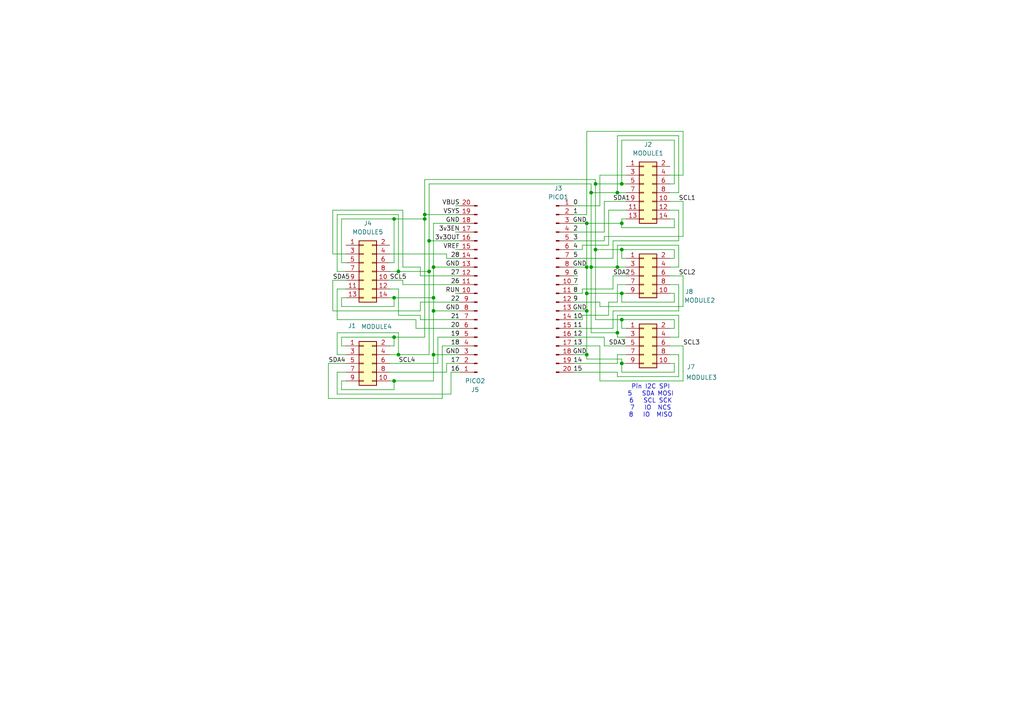
<source format=kicad_sch>
(kicad_sch (version 20231120) (generator "eeschema") (generator_version "8.0")
  (paper "A4")
  (lib_symbols
    (symbol "Connector:Conn_01x20_Pin" (pin_names (offset 1.016) hide)
      (property "Reference" "J" (at 0 25.4 0))
      (property "Value" "Conn_01x20_Pin" (at 0 -27.94 0))
      (symbol "Conn_01x20_Pin_1_1"
        (polyline (pts (xy 1.27 -25.4) (xy 0.8636 -25.4)) (stroke (width 0.1524)))
        (polyline (pts (xy 1.27 -22.86) (xy 0.8636 -22.86)) (stroke (width 0.1524)))
        (polyline (pts (xy 1.27 -20.32) (xy 0.8636 -20.32)) (stroke (width 0.1524)))
        (polyline (pts (xy 1.27 -17.78) (xy 0.8636 -17.78)) (stroke (width 0.1524)))
        (polyline (pts (xy 1.27 -15.24) (xy 0.8636 -15.24)) (stroke (width 0.1524)))
        (polyline (pts (xy 1.27 -12.7) (xy 0.8636 -12.7)) (stroke (width 0.1524)))
        (polyline (pts (xy 1.27 -10.16) (xy 0.8636 -10.16)) (stroke (width 0.1524)))
        (polyline (pts (xy 1.27 -7.62) (xy 0.8636 -7.62)) (stroke (width 0.1524)))
        (polyline (pts (xy 1.27 -5.08) (xy 0.8636 -5.08)) (stroke (width 0.1524)))
        (polyline (pts (xy 1.27 -2.54) (xy 0.8636 -2.54)) (stroke (width 0.1524)))
        (polyline (pts (xy 1.27 0) (xy 0.8636 0)) (stroke (width 0.1524)))
        (polyline (pts (xy 1.27 2.54) (xy 0.8636 2.54)) (stroke (width 0.1524)))
        (polyline (pts (xy 1.27 5.08) (xy 0.8636 5.08)) (stroke (width 0.1524)))
        (polyline (pts (xy 1.27 7.62) (xy 0.8636 7.62)) (stroke (width 0.1524)))
        (polyline (pts (xy 1.27 10.16) (xy 0.8636 10.16)) (stroke (width 0.1524)))
        (polyline (pts (xy 1.27 12.7) (xy 0.8636 12.7)) (stroke (width 0.1524)))
        (polyline (pts (xy 1.27 15.24) (xy 0.8636 15.24)) (stroke (width 0.1524)))
        (polyline (pts (xy 1.27 17.78) (xy 0.8636 17.78)) (stroke (width 0.1524)))
        (polyline (pts (xy 1.27 20.32) (xy 0.8636 20.32)) (stroke (width 0.1524)))
        (polyline (pts (xy 1.27 22.86) (xy 0.8636 22.86)) (stroke (width 0.1524)))
        (rectangle (start 0.8636 -25.273) (end 0 -25.527) (stroke (width 0.1524)) (fill (type outline)))
        (rectangle (start 0.8636 -22.733) (end 0 -22.987) (stroke (width 0.1524)) (fill (type outline)))
        (rectangle (start 0.8636 -20.193) (end 0 -20.447) (stroke (width 0.1524)) (fill (type outline)))
        (rectangle (start 0.8636 -17.653) (end 0 -17.907) (stroke (width 0.1524)) (fill (type outline)))
        (rectangle (start 0.8636 -15.113) (end 0 -15.367) (stroke (width 0.1524)) (fill (type outline)))
        (rectangle (start 0.8636 -12.573) (end 0 -12.827) (stroke (width 0.1524)) (fill (type outline)))
        (rectangle (start 0.8636 -10.033) (end 0 -10.287) (stroke (width 0.1524)) (fill (type outline)))
        (rectangle (start 0.8636 -7.493) (end 0 -7.747) (stroke (width 0.1524)) (fill (type outline)))
        (rectangle (start 0.8636 -4.953) (end 0 -5.207) (stroke (width 0.1524)) (fill (type outline)))
        (rectangle (start 0.8636 -2.413) (end 0 -2.667) (stroke (width 0.1524)) (fill (type outline)))
        (rectangle (start 0.8636 0.127) (end 0 -0.127) (stroke (width 0.1524)) (fill (type outline)))
        (rectangle (start 0.8636 2.667) (end 0 2.413) (stroke (width 0.1524)) (fill (type outline)))
        (rectangle (start 0.8636 5.207) (end 0 4.953) (stroke (width 0.1524)) (fill (type outline)))
        (rectangle (start 0.8636 7.747) (end 0 7.493) (stroke (width 0.1524)) (fill (type outline)))
        (rectangle (start 0.8636 10.287) (end 0 10.033) (stroke (width 0.1524)) (fill (type outline)))
        (rectangle (start 0.8636 12.827) (end 0 12.573) (stroke (width 0.1524)) (fill (type outline)))
        (rectangle (start 0.8636 15.367) (end 0 15.113) (stroke (width 0.1524)) (fill (type outline)))
        (rectangle (start 0.8636 17.907) (end 0 17.653) (stroke (width 0.1524)) (fill (type outline)))
        (rectangle (start 0.8636 20.447) (end 0 20.193) (stroke (width 0.1524)) (fill (type outline)))
        (rectangle (start 0.8636 22.987) (end 0 22.733) (stroke (width 0.1524)) (fill (type outline)))
        (pin passive line (at 5.08 22.86 180) (length 3.81) (name "Pin_1") (number "1"))
        (pin passive line (at 5.08 0 180) (length 3.81) (name "Pin_10") (number "10"))
        (pin passive line (at 5.08 -2.54 180) (length 3.81) (name "Pin_11") (number "11"))
        (pin passive line (at 5.08 -5.08 180) (length 3.81) (name "Pin_12") (number "12"))
        (pin passive line (at 5.08 -7.62 180) (length 3.81) (name "Pin_13") (number "13"))
        (pin passive line (at 5.08 -10.16 180) (length 3.81) (name "Pin_14") (number "14"))
        (pin passive line (at 5.08 -12.7 180) (length 3.81) (name "Pin_15") (number "15"))
        (pin passive line (at 5.08 -15.24 180) (length 3.81) (name "Pin_16") (number "16"))
        (pin passive line (at 5.08 -17.78 180) (length 3.81) (name "Pin_17") (number "17"))
        (pin passive line (at 5.08 -20.32 180) (length 3.81) (name "Pin_18") (number "18"))
        (pin passive line (at 5.08 -22.86 180) (length 3.81) (name "Pin_19") (number "19"))
        (pin passive line (at 5.08 20.32 180) (length 3.81) (name "Pin_2") (number "2"))
        (pin passive line (at 5.08 -25.4 180) (length 3.81) (name "Pin_20") (number "20"))
        (pin passive line (at 5.08 17.78 180) (length 3.81) (name "Pin_3") (number "3"))
        (pin passive line (at 5.08 15.24 180) (length 3.81) (name "Pin_4") (number "4"))
        (pin passive line (at 5.08 12.7 180) (length 3.81) (name "Pin_5") (number "5"))
        (pin passive line (at 5.08 10.16 180) (length 3.81) (name "Pin_6") (number "6"))
        (pin passive line (at 5.08 7.62 180) (length 3.81) (name "Pin_7") (number "7"))
        (pin passive line (at 5.08 5.08 180) (length 3.81) (name "Pin_8") (number "8"))
        (pin passive line (at 5.08 2.54 180) (length 3.81) (name "Pin_9") (number "9"))
      )
    )
    (symbol "Connector_Generic:Conn_02x05_Odd_Even" (pin_names (offset 1.016) hide)
      (property "Reference" "J" (at 1.27 7.62 0))
      (property "Value" "Conn_02x05_Odd_Even" (at 1.27 -7.62 0))
      (symbol "Conn_02x05_Odd_Even_1_1"
        (rectangle (start -1.27 -4.953) (end 0 -5.207) (stroke (width 0.1524)))
        (rectangle (start -1.27 -2.413) (end 0 -2.667) (stroke (width 0.1524)))
        (rectangle (start -1.27 0.127) (end 0 -0.127) (stroke (width 0.1524)))
        (rectangle (start -1.27 2.667) (end 0 2.413) (stroke (width 0.1524)))
        (rectangle (start -1.27 5.207) (end 0 4.953) (stroke (width 0.1524)))
        (rectangle (start -1.27 6.35) (end 3.81 -6.35) (stroke (width 0.254)) (fill (type background)))
        (rectangle (start 3.81 -4.953) (end 2.54 -5.207) (stroke (width 0.1524)))
        (rectangle (start 3.81 -2.413) (end 2.54 -2.667) (stroke (width 0.1524)))
        (rectangle (start 3.81 0.127) (end 2.54 -0.127) (stroke (width 0.1524)))
        (rectangle (start 3.81 2.667) (end 2.54 2.413) (stroke (width 0.1524)))
        (rectangle (start 3.81 5.207) (end 2.54 4.953) (stroke (width 0.1524)))
        (pin passive line (at -5.08 5.08 0) (length 3.81) (name "Pin_1") (number "1"))
        (pin passive line (at 7.62 -5.08 180) (length 3.81) (name "Pin_10") (number "10"))
        (pin passive line (at 7.62 5.08 180) (length 3.81) (name "Pin_2") (number "2"))
        (pin passive line (at -5.08 2.54 0) (length 3.81) (name "Pin_3") (number "3"))
        (pin passive line (at 7.62 2.54 180) (length 3.81) (name "Pin_4") (number "4"))
        (pin passive line (at -5.08 0 0) (length 3.81) (name "Pin_5") (number "5"))
        (pin passive line (at 7.62 0 180) (length 3.81) (name "Pin_6") (number "6"))
        (pin passive line (at -5.08 -2.54 0) (length 3.81) (name "Pin_7") (number "7"))
        (pin passive line (at 7.62 -2.54 180) (length 3.81) (name "Pin_8") (number "8"))
        (pin passive line (at -5.08 -5.08 0) (length 3.81) (name "Pin_9") (number "9"))
      )
    )
    (symbol "Connector_Generic:Conn_02x07_Odd_Even" (pin_names (offset 1.016) hide)
      (property "Reference" "J" (at 1.27 10.16 0))
      (property "Value" "Conn_02x07_Odd_Even" (at 1.27 -10.16 0))
      (symbol "Conn_02x07_Odd_Even_1_1"
        (rectangle (start -1.27 -7.493) (end 0 -7.747) (stroke (width 0.1524)))
        (rectangle (start -1.27 -4.953) (end 0 -5.207) (stroke (width 0.1524)))
        (rectangle (start -1.27 -2.413) (end 0 -2.667) (stroke (width 0.1524)))
        (rectangle (start -1.27 0.127) (end 0 -0.127) (stroke (width 0.1524)))
        (rectangle (start -1.27 2.667) (end 0 2.413) (stroke (width 0.1524)))
        (rectangle (start -1.27 5.207) (end 0 4.953) (stroke (width 0.1524)))
        (rectangle (start -1.27 7.747) (end 0 7.493) (stroke (width 0.1524)))
        (rectangle (start -1.27 8.89) (end 3.81 -8.89) (stroke (width 0.254)) (fill (type background)))
        (rectangle (start 3.81 -7.493) (end 2.54 -7.747) (stroke (width 0.1524)))
        (rectangle (start 3.81 -4.953) (end 2.54 -5.207) (stroke (width 0.1524)))
        (rectangle (start 3.81 -2.413) (end 2.54 -2.667) (stroke (width 0.1524)))
        (rectangle (start 3.81 0.127) (end 2.54 -0.127) (stroke (width 0.1524)))
        (rectangle (start 3.81 2.667) (end 2.54 2.413) (stroke (width 0.1524)))
        (rectangle (start 3.81 5.207) (end 2.54 4.953) (stroke (width 0.1524)))
        (rectangle (start 3.81 7.747) (end 2.54 7.493) (stroke (width 0.1524)))
        (pin passive line (at -5.08 7.62 0) (length 3.81) (name "Pin_1") (number "1"))
        (pin passive line (at 7.62 -2.54 180) (length 3.81) (name "Pin_10") (number "10"))
        (pin passive line (at -5.08 -5.08 0) (length 3.81) (name "Pin_11") (number "11"))
        (pin passive line (at 7.62 -5.08 180) (length 3.81) (name "Pin_12") (number "12"))
        (pin passive line (at -5.08 -7.62 0) (length 3.81) (name "Pin_13") (number "13"))
        (pin passive line (at 7.62 -7.62 180) (length 3.81) (name "Pin_14") (number "14"))
        (pin passive line (at 7.62 7.62 180) (length 3.81) (name "Pin_2") (number "2"))
        (pin passive line (at -5.08 5.08 0) (length 3.81) (name "Pin_3") (number "3"))
        (pin passive line (at 7.62 5.08 180) (length 3.81) (name "Pin_4") (number "4"))
        (pin passive line (at -5.08 2.54 0) (length 3.81) (name "Pin_5") (number "5"))
        (pin passive line (at 7.62 2.54 180) (length 3.81) (name "Pin_6") (number "6"))
        (pin passive line (at -5.08 0 0) (length 3.81) (name "Pin_7") (number "7"))
        (pin passive line (at 7.62 0 180) (length 3.81) (name "Pin_8") (number "8"))
        (pin passive line (at -5.08 -2.54 0) (length 3.81) (name "Pin_9") (number "9"))
      )
    )
  )
  (junction (at 170.18 90.17))
  (junction (at 125.73 86.36))
  (junction (at 172.72 72.39))
  (junction (at 171.45 55.88))
  (junction (at 125.73 77.47))
  (junction (at 172.72 53.34))
  (junction (at 114.3 110.49))
  (junction (at 180.34 64.77))
  (junction (at 170.18 77.47))
  (junction (at 179.07 55.88))
  (junction (at 123.19 63.5))
  (junction (at 180.34 53.34))
  (junction (at 124.46 78.74))
  (junction (at 125.73 102.87))
  (junction (at 115.57 78.74))
  (junction (at 115.57 102.87))
  (junction (at 180.34 105.41))
  (junction (at 180.34 92.71))
  (junction (at 123.19 62.23))
  (junction (at 114.3 63.5))
  (junction (at 180.34 85.09))
  (junction (at 179.07 96.52))
  (junction (at 180.34 72.39))
  (junction (at 170.18 85.09))
  (junction (at 124.46 69.85))
  (junction (at 170.18 102.87))
  (junction (at 171.45 77.47))
  (junction (at 170.18 64.77))
  (junction (at 114.3 97.79))
  (junction (at 125.73 90.17))
  (junction (at 114.3 86.36))
  (junction (at 179.07 77.47))
  (wire (pts (xy 196.85 91.44) (xy 196.85 97.79)))
  (wire (pts (xy 180.34 63.5) (xy 181.61 63.5)))
  (wire (pts (xy 171.45 96.52) (xy 171.45 77.47)))
  (wire (pts (xy 113.03 107.95) (xy 129.54 107.95)))
  (wire (pts (xy 133.35 85.09) (xy 132.08 85.09)))
  (wire (pts (xy 196.85 77.47) (xy 194.31 77.47)))
  (wire (pts (xy 194.31 102.87) (xy 196.85 102.87)))
  (wire (pts (xy 166.37 72.39) (xy 168.91 72.39)))
  (wire (pts (xy 166.37 80.01) (xy 167.64 80.01)))
  (wire (pts (xy 181.61 77.47) (xy 179.07 77.47)))
  (wire (pts (xy 172.72 52.07) (xy 123.19 52.07)))
  (wire (pts (xy 99.06 100.33) (xy 99.06 97.79)))
  (wire (pts (xy 128.27 115.57) (xy 128.27 100.33)))
  (wire (pts (xy 173.99 88.9) (xy 198.12 88.9)))
  (wire (pts (xy 173.99 87.63) (xy 173.99 88.9)))
  (wire (pts (xy 114.3 86.36) (xy 114.3 88.9)))
  (wire (pts (xy 99.06 76.2) (xy 99.06 63.5)))
  (wire (pts (xy 170.18 62.23) (xy 170.18 38.1)))
  (wire (pts (xy 114.3 97.79) (xy 114.3 100.33)))
  (wire (pts (xy 180.34 92.71) (xy 180.34 95.25)))
  (wire (pts (xy 97.79 114.3) (xy 130.81 114.3)))
  (wire (pts (xy 194.31 105.41) (xy 195.58 105.41)))
  (wire (pts (xy 175.26 100.33) (xy 175.26 97.79)))
  (wire (pts (xy 123.19 62.23) (xy 123.19 63.5)))
  (wire (pts (xy 179.07 91.44) (xy 196.85 91.44)))
  (wire (pts (xy 194.31 55.88) (xy 196.85 55.88)))
  (wire (pts (xy 99.06 86.36) (xy 100.33 86.36)))
  (wire (pts (xy 179.07 87.63) (xy 176.53 87.63)))
  (wire (pts (xy 179.07 97.79) (xy 179.07 96.52)))
  (wire (pts (xy 166.37 100.33) (xy 173.99 100.33)))
  (wire (pts (xy 133.35 72.39) (xy 132.08 72.39)))
  (wire (pts (xy 194.31 53.34) (xy 195.58 53.34)))
  (wire (pts (xy 194.31 58.42) (xy 198.12 58.42)))
  (wire (pts (xy 194.31 82.55) (xy 196.85 82.55)))
  (wire (pts (xy 113.03 78.74) (xy 115.57 78.74)))
  (wire (pts (xy 194.31 95.25) (xy 195.58 95.25)))
  (wire (pts (xy 166.37 105.41) (xy 179.07 105.41)))
  (wire (pts (xy 170.18 38.1) (xy 198.12 38.1)))
  (wire (pts (xy 195.58 95.25) (xy 195.58 92.71)))
  (wire (pts (xy 97.79 107.95) (xy 97.79 114.3)))
  (wire (pts (xy 123.19 52.07) (xy 123.19 62.23)))
  (wire (pts (xy 180.34 66.04) (xy 180.34 64.77)))
  (wire (pts (xy 100.33 76.2) (xy 99.06 76.2)))
  (wire (pts (xy 99.06 113.03) (xy 114.3 113.03)))
  (wire (pts (xy 170.18 90.17) (xy 166.37 90.17)))
  (wire (pts (xy 172.72 53.34) (xy 180.34 53.34)))
  (wire (pts (xy 195.58 66.04) (xy 180.34 66.04)))
  (wire (pts (xy 175.26 68.58) (xy 175.26 69.85)))
  (wire (pts (xy 96.52 60.96) (xy 116.84 60.96)))
  (wire (pts (xy 99.06 88.9) (xy 99.06 86.36)))
  (wire (pts (xy 194.31 85.09) (xy 195.58 85.09)))
  (wire (pts (xy 179.07 39.37) (xy 196.85 39.37)))
  (wire (pts (xy 173.99 100.33) (xy 173.99 110.49)))
  (wire (pts (xy 198.12 38.1) (xy 198.12 50.8)))
  (wire (pts (xy 181.61 74.93) (xy 180.34 74.93)))
  (wire (pts (xy 125.73 77.47) (xy 125.73 86.36)))
  (wire (pts (xy 195.58 63.5) (xy 195.58 66.04)))
  (wire (pts (xy 196.85 69.85) (xy 196.85 60.96)))
  (wire (pts (xy 180.34 104.14) (xy 170.18 104.14)))
  (wire (pts (xy 175.26 58.42) (xy 181.61 58.42)))
  (wire (pts (xy 166.37 67.31) (xy 175.26 67.31)))
  (wire (pts (xy 170.18 77.47) (xy 170.18 64.77)))
  (wire (pts (xy 166.37 92.71) (xy 168.91 92.71)))
  (wire (pts (xy 195.58 85.09) (xy 195.58 87.63)))
  (wire (pts (xy 180.34 72.39) (xy 195.58 72.39)))
  (wire (pts (xy 129.54 73.66) (xy 129.54 74.93)))
  (wire (pts (xy 113.03 110.49) (xy 114.3 110.49)))
  (wire (pts (xy 99.06 63.5) (xy 114.3 63.5)))
  (wire (pts (xy 133.35 67.31) (xy 132.08 67.31)))
  (wire (pts (xy 179.07 102.87) (xy 181.61 102.87)))
  (wire (pts (xy 120.65 92.71) (xy 120.65 95.25)))
  (wire (pts (xy 100.33 78.74) (xy 97.79 78.74)))
  (wire (pts (xy 180.34 64.77) (xy 180.34 63.5)))
  (wire (pts (xy 179.07 71.12) (xy 196.85 71.12)))
  (wire (pts (xy 115.57 91.44) (xy 121.92 91.44)))
  (wire (pts (xy 128.27 100.33) (xy 133.35 100.33)))
  (wire (pts (xy 177.8 90.17) (xy 196.85 90.17)))
  (wire (pts (xy 116.84 60.96) (xy 116.84 77.47)))
  (wire (pts (xy 170.18 90.17) (xy 170.18 85.09)))
  (wire (pts (xy 133.35 102.87) (xy 125.73 102.87)))
  (wire (pts (xy 100.33 102.87) (xy 97.79 102.87)))
  (wire (pts (xy 170.18 77.47) (xy 166.37 77.47)))
  (wire (pts (xy 170.18 64.77) (xy 180.34 64.77)))
  (wire (pts (xy 172.72 72.39) (xy 172.72 53.34)))
  (wire (pts (xy 99.06 110.49) (xy 99.06 113.03)))
  (wire (pts (xy 181.61 85.09) (xy 180.34 85.09)))
  (wire (pts (xy 124.46 69.85) (xy 133.35 69.85)))
  (wire (pts (xy 180.34 105.41) (xy 180.34 104.14)))
  (wire (pts (xy 115.57 102.87) (xy 113.03 102.87)))
  (wire (pts (xy 175.26 67.31) (xy 175.26 58.42)))
  (wire (pts (xy 180.34 40.64) (xy 195.58 40.64)))
  (wire (pts (xy 177.8 74.93) (xy 177.8 69.85)))
  (wire (pts (xy 121.92 90.17) (xy 121.92 87.63)))
  (wire (pts (xy 166.37 87.63) (xy 173.99 87.63)))
  (wire (pts (xy 100.33 83.82) (xy 97.79 83.82)))
  (wire (pts (xy 180.34 95.25) (xy 181.61 95.25)))
  (wire (pts (xy 166.37 69.85) (xy 175.26 69.85)))
  (wire (pts (xy 180.34 87.63) (xy 195.58 87.63)))
  (wire (pts (xy 121.92 91.44) (xy 121.92 92.71)))
  (wire (pts (xy 180.34 92.71) (xy 172.72 92.71)))
  (wire (pts (xy 125.73 102.87) (xy 125.73 90.17)))
  (wire (pts (xy 168.91 72.39) (xy 168.91 71.12)))
  (wire (pts (xy 179.07 55.88) (xy 181.61 55.88)))
  (wire (pts (xy 179.07 82.55) (xy 179.07 87.63)))
  (wire (pts (xy 95.25 105.41) (xy 100.33 105.41)))
  (wire (pts (xy 124.46 69.85) (xy 124.46 78.74)))
  (wire (pts (xy 198.12 68.58) (xy 175.26 68.58)))
  (wire (pts (xy 176.53 60.96) (xy 181.61 60.96)))
  (wire (pts (xy 133.35 59.69) (xy 132.08 59.69)))
  (wire (pts (xy 115.57 102.87) (xy 124.46 102.87)))
  (wire (pts (xy 97.79 96.52) (xy 115.57 96.52)))
  (wire (pts (xy 96.52 90.17) (xy 121.92 90.17)))
  (wire (pts (xy 116.84 77.47) (xy 121.92 77.47)))
  (wire (pts (xy 177.8 80.01) (xy 181.61 80.01)))
  (wire (pts (xy 179.07 77.47) (xy 179.07 71.12)))
  (wire (pts (xy 166.37 97.79) (xy 175.26 97.79)))
  (wire (pts (xy 171.45 55.88) (xy 179.07 55.88)))
  (wire (pts (xy 124.46 53.34) (xy 124.46 69.85)))
  (wire (pts (xy 171.45 77.47) (xy 179.07 77.47)))
  (wire (pts (xy 113.03 81.28) (xy 116.84 81.28)))
  (wire (pts (xy 170.18 102.87) (xy 170.18 104.14)))
  (wire (pts (xy 129.54 74.93) (xy 133.35 74.93)))
  (wire (pts (xy 166.37 107.95) (xy 179.07 107.95)))
  (wire (pts (xy 125.73 86.36) (xy 125.73 90.17)))
  (wire (pts (xy 121.92 92.71) (xy 133.35 92.71)))
  (wire (pts (xy 97.79 83.82) (xy 97.79 92.71)))
  (wire (pts (xy 97.79 92.71) (xy 120.65 92.71)))
  (wire (pts (xy 170.18 85.09) (xy 180.34 85.09)))
  (wire (pts (xy 170.18 64.77) (xy 166.37 64.77)))
  (wire (pts (xy 195.58 74.93) (xy 194.31 74.93)))
  (wire (pts (xy 176.53 87.63) (xy 176.53 91.44)))
  (wire (pts (xy 166.37 82.55) (xy 167.64 82.55)))
  (wire (pts (xy 116.84 81.28) (xy 116.84 82.55)))
  (wire (pts (xy 179.07 109.22) (xy 179.07 107.95)))
  (wire (pts (xy 127 97.79) (xy 133.35 97.79)))
  (wire (pts (xy 173.99 50.8) (xy 181.61 50.8)))
  (wire (pts (xy 176.53 71.12) (xy 176.53 60.96)))
  (wire (pts (xy 180.34 107.95) (xy 180.34 105.41)))
  (wire (pts (xy 180.34 85.09) (xy 180.34 87.63)))
  (wire (pts (xy 125.73 77.47) (xy 125.73 64.77)))
  (wire (pts (xy 168.91 91.44) (xy 176.53 91.44)))
  (wire (pts (xy 129.54 105.41) (xy 133.35 105.41)))
  (wire (pts (xy 133.35 77.47) (xy 125.73 77.47)))
  (wire (pts (xy 196.85 71.12) (xy 196.85 77.47)))
  (wire (pts (xy 198.12 88.9) (xy 198.12 80.01)))
  (wire (pts (xy 171.45 77.47) (xy 171.45 55.88)))
  (wire (pts (xy 196.85 39.37) (xy 196.85 55.88)))
  (wire (pts (xy 198.12 68.58) (xy 198.12 58.42)))
  (wire (pts (xy 114.3 100.33) (xy 113.03 100.33)))
  (wire (pts (xy 166.37 59.69) (xy 173.99 59.69)))
  (wire (pts (xy 121.92 80.01) (xy 133.35 80.01)))
  (wire (pts (xy 100.33 107.95) (xy 97.79 107.95)))
  (wire (pts (xy 97.79 102.87) (xy 97.79 96.52)))
  (wire (pts (xy 121.92 77.47) (xy 121.92 80.01)))
  (wire (pts (xy 96.52 73.66) (xy 96.52 60.96)))
  (wire (pts (xy 168.91 71.12) (xy 176.53 71.12)))
  (wire (pts (xy 166.37 95.25) (xy 177.8 95.25)))
  (wire (pts (xy 114.3 86.36) (xy 125.73 86.36)))
  (wire (pts (xy 168.91 83.82) (xy 177.8 83.82)))
  (wire (pts (xy 166.37 74.93) (xy 177.8 74.93)))
  (wire (pts (xy 170.18 85.09) (xy 170.18 77.47)))
  (wire (pts (xy 179.07 105.41) (xy 179.07 102.87)))
  (wire (pts (xy 180.34 53.34) (xy 180.34 40.64)))
  (wire (pts (xy 196.85 90.17) (xy 196.85 82.55)))
  (wire (pts (xy 125.73 110.49) (xy 114.3 110.49)))
  (wire (pts (xy 113.03 73.66) (xy 129.54 73.66)))
  (wire (pts (xy 198.12 110.49) (xy 198.12 100.33)))
  (wire (pts (xy 196.85 97.79) (xy 194.31 97.79)))
  (wire (pts (xy 120.65 95.25) (xy 133.35 95.25)))
  (wire (pts (xy 124.46 78.74) (xy 124.46 102.87)))
  (wire (pts (xy 95.25 115.57) (xy 128.27 115.57)))
  (wire (pts (xy 115.57 96.52) (xy 115.57 102.87)))
  (wire (pts (xy 123.19 62.23) (xy 133.35 62.23)))
  (wire (pts (xy 124.46 53.34) (xy 171.45 53.34)))
  (wire (pts (xy 195.58 92.71) (xy 180.34 92.71)))
  (wire (pts (xy 198.12 50.8) (xy 194.31 50.8)))
  (wire (pts (xy 115.57 83.82) (xy 115.57 91.44)))
  (wire (pts (xy 166.37 85.09) (xy 168.91 85.09)))
  (wire (pts (xy 130.81 114.3) (xy 130.81 107.95)))
  (wire (pts (xy 177.8 69.85) (xy 196.85 69.85)))
  (wire (pts (xy 195.58 40.64) (xy 195.58 53.34)))
  (wire (pts (xy 123.19 63.5) (xy 123.19 97.79)))
  (wire (pts (xy 168.91 83.82) (xy 168.91 85.09)))
  (wire (pts (xy 114.3 63.5) (xy 123.19 63.5)))
  (wire (pts (xy 166.37 62.23) (xy 170.18 62.23)))
  (wire (pts (xy 113.03 83.82) (xy 115.57 83.82)))
  (wire (pts (xy 100.33 73.66) (xy 96.52 73.66)))
  (wire (pts (xy 113.03 105.41) (xy 127 105.41)))
  (wire (pts (xy 133.35 64.77) (xy 125.73 64.77)))
  (wire (pts (xy 196.85 109.22) (xy 196.85 102.87)))
  (wire (pts (xy 116.84 82.55) (xy 133.35 82.55)))
  (wire (pts (xy 196.85 60.96) (xy 194.31 60.96)))
  (wire (pts (xy 100.33 81.28) (xy 96.52 81.28)))
  (wire (pts (xy 180.34 105.41) (xy 181.61 105.41)))
  (wire (pts (xy 113.03 76.2) (xy 114.3 76.2)))
  (wire (pts (xy 99.06 97.79) (xy 114.3 97.79)))
  (wire (pts (xy 121.92 87.63) (xy 133.35 87.63)))
  (wire (pts (xy 195.58 72.39) (xy 195.58 74.93)))
  (wire (pts (xy 175.26 100.33) (xy 181.61 100.33)))
  (wire (pts (xy 194.31 63.5) (xy 195.58 63.5)))
  (wire (pts (xy 170.18 102.87) (xy 170.18 90.17)))
  (wire (pts (xy 114.3 88.9) (xy 99.06 88.9)))
  (wire (pts (xy 172.72 53.34) (xy 172.72 52.07)))
  (wire (pts (xy 95.25 105.41) (xy 95.25 115.57)))
  (wire (pts (xy 171.45 55.88) (xy 171.45 53.34)))
  (wire (pts (xy 100.33 100.33) (xy 99.06 100.33)))
  (wire (pts (xy 130.81 107.95) (xy 133.35 107.95)))
  (wire (pts (xy 114.3 63.5) (xy 114.3 76.2)))
  (wire (pts (xy 177.8 95.25) (xy 177.8 90.17)))
  (wire (pts (xy 171.45 96.52) (xy 179.07 96.52)))
  (wire (pts (xy 113.03 86.36) (xy 114.3 86.36)))
  (wire (pts (xy 172.72 72.39) (xy 180.34 72.39)))
  (wire (pts (xy 129.54 107.95) (xy 129.54 105.41)))
  (wire (pts (xy 115.57 62.23) (xy 115.57 78.74)))
  (wire (pts (xy 179.07 109.22) (xy 196.85 109.22)))
  (wire (pts (xy 168.91 92.71) (xy 168.91 91.44)))
  (wire (pts (xy 97.79 78.74) (xy 97.79 62.23)))
  (wire (pts (xy 180.34 74.93) (xy 180.34 72.39)))
  (wire (pts (xy 127 105.41) (xy 127 97.79)))
  (wire (pts (xy 179.07 96.52) (xy 179.07 91.44)))
  (wire (pts (xy 125.73 102.87) (xy 125.73 110.49)))
  (wire (pts (xy 179.07 55.88) (xy 179.07 39.37)))
  (wire (pts (xy 114.3 97.79) (xy 123.19 97.79)))
  (wire (pts (xy 195.58 105.41) (xy 195.58 107.95)))
  (wire (pts (xy 177.8 83.82) (xy 177.8 80.01)))
  (wire (pts (xy 133.35 90.17) (xy 125.73 90.17)))
  (wire (pts (xy 172.72 92.71) (xy 172.72 72.39)))
  (wire (pts (xy 100.33 110.49) (xy 99.06 110.49)))
  (wire (pts (xy 97.79 62.23) (xy 115.57 62.23)))
  (wire (pts (xy 114.3 110.49) (xy 114.3 113.03)))
  (wire (pts (xy 170.18 102.87) (xy 166.37 102.87)))
  (wire (pts (xy 173.99 110.49) (xy 198.12 110.49)))
  (wire (pts (xy 96.52 81.28) (xy 96.52 90.17)))
  (wire (pts (xy 115.57 78.74) (xy 124.46 78.74)))
  (wire (pts (xy 173.99 59.69) (xy 173.99 50.8)))
  (wire (pts (xy 181.61 97.79) (xy 179.07 97.79)))
  (wire (pts (xy 181.61 82.55) (xy 179.07 82.55)))
  (wire (pts (xy 181.61 53.34) (xy 180.34 53.34)))
  (wire (pts (xy 195.58 107.95) (xy 180.34 107.95)))
  (wire (pts (xy 198.12 100.33) (xy 194.31 100.33)))
  (wire (pts (xy 198.12 80.01) (xy 194.31 80.01)))
  (text "Pin I2C SPI\n5   SDA MOSI\n6   SCL SCK\n7   IO  NCS\n8   IO  MISO\n" (at 188.722 116.332 0) (effects (font (size 1.27 1.27))))
  (label "22" (at 133.35 87.63 180))
  (label "GND" (at 133.35 77.47 180))
  (label "2" (at 167.64 67.31 180))
  (label "SDA3" (at 176.53 100.33 0))
  (label "4" (at 167.64 72.39 180))
  (label "11" (at 168.91 95.25 180))
  (label "16" (at 133.35 107.95 180))
  (label "SCL5" (at 113.03 81.28 0))
  (label "VBUS" (at 133.35 59.69 180))
  (label "7" (at 167.64 82.55 180))
  (label "17" (at 133.35 105.41 180))
  (label "SDA2" (at 177.8 80.01 0))
  (label "SCL2" (at 196.85 80.01 0))
  (label "6" (at 167.64 80.01 180))
  (label "GND" (at 170.18 77.47 180))
  (label "RUN" (at 133.35 85.09 180))
  (label "28" (at 133.35 74.93 180))
  (label "GND" (at 133.35 64.77 180))
  (label "VSYS" (at 133.35 62.23 180))
  (label "27" (at 133.35 80.01 180))
  (label "12" (at 168.91 97.79 180))
  (label "18" (at 133.35 100.33 180))
  (label "SCL1" (at 196.85 58.42 0))
  (label "SDA4" (at 95.25 105.41 0))
  (label "9" (at 167.64 87.63 180))
  (label "3v3EN" (at 133.35 67.31 180))
  (label "15" (at 168.91 107.95 180))
  (label "20" (at 133.35 95.25 180))
  (label "10" (at 168.91 92.71 180))
  (label "8" (at 167.64 85.09 180))
  (label "19" (at 133.35 97.79 180))
  (label "14" (at 168.91 105.41 180))
  (label "5" (at 167.64 74.93 180))
  (label "VREF" (at 133.35 72.39 180))
  (label "GND" (at 170.18 64.77 180))
  (label "1" (at 167.64 62.23 180))
  (label "GND" (at 133.35 90.17 180))
  (label "3v3OUT" (at 133.35 69.85 180))
  (label "SDA5" (at 96.52 81.28 0))
  (label "GND" (at 170.18 102.87 180))
  (label "21" (at 133.35 92.71 180))
  (label "GND" (at 133.35 102.87 180))
  (label "SDA1" (at 177.8 58.42 0))
  (label "0" (at 167.64 59.69 180))
  (label "SCL3" (at 198.12 100.33 0))
  (label "SCL4" (at 115.57 105.41 0))
  (label "GND" (at 170.18 90.17 180))
  (label "13" (at 168.91 100.33 180))
  (label "3" (at 167.64 69.85 180))
  (label "26" (at 133.35 82.55 180))
  (symbol (lib_id "Connector_Generic:Conn_02x07_Odd_Even") (at 186.69 55.88 0) (unit 1)
    (property "Reference" "J2" (at 187.96 41.91 0))
    (property "Value" "MODULE1" (at 187.96 44.45 0))
    (property "Description" "Generic connector, double row, 02x07, odd/even pin numbering scheme (row 1 odd numbers, row 2 even numbers), script generated (kicad-library-utils/schlib/autogen/connector/)" (effects (hide yes)))
  )
  (symbol (lib_id "Connector_Generic:Conn_02x05_Odd_Even") (at 186.69 80.01 0) (unit 1)
    (property "Reference" "J8" (at 199.898 84.582 0))
    (property "Value" "MODULE2" (at 202.946 87.122 0))
    (property "Description" "Generic connector, double row, 02x05, odd/even pin numbering scheme (row 1 odd numbers, row 2 even numbers), script generated (kicad-library-utils/schlib/autogen/connector/)" (effects (hide yes)))
  )
  (symbol (lib_id "Connector_Generic:Conn_02x05_Odd_Even") (at 105.41 105.41 0) (unit 1)
    (property "Reference" "J1" (at 102.108 94.488 0))
    (property "Value" "MODULE4" (at 109.22 94.742 0))
    (property "Description" "Generic connector, double row, 02x05, odd/even pin numbering scheme (row 1 odd numbers, row 2 even numbers), script generated (kicad-library-utils/schlib/autogen/connector/)" (effects (hide yes)))
  )
  (symbol (lib_id "Connector:Conn_01x20_Pin") (at 138.43 85.09 180) (unit 1)
    (property "Reference" "J5" (at 137.795 113.03 0))
    (property "Value" "PICO2" (at 137.795 110.49 0))
    (property "Description" "Generic connector, single row, 01x20, script generated" (effects (hide yes)))
  )
  (symbol (lib_id "Connector_Generic:Conn_02x07_Odd_Even") (at 105.41 78.74 0) (unit 1)
    (property "Reference" "J4" (at 106.68 64.77 0))
    (property "Value" "MODULE5" (at 106.68 67.31 0))
    (property "Description" "Generic connector, double row, 02x07, odd/even pin numbering scheme (row 1 odd numbers, row 2 even numbers), script generated (kicad-library-utils/schlib/autogen/connector/)" (effects (hide yes)))
  )
  (symbol (lib_id "Connector_Generic:Conn_02x05_Odd_Even") (at 186.69 100.33 0) (unit 1)
    (property "Reference" "J7" (at 200.406 106.426 0))
    (property "Value" "MODULE3" (at 203.454 109.474 0))
    (property "Description" "Generic connector, double row, 02x05, odd/even pin numbering scheme (row 1 odd numbers, row 2 even numbers), script generated (kicad-library-utils/schlib/autogen/connector/)" (effects (hide yes)))
  )
  (symbol (lib_id "Connector:Conn_01x20_Pin") (at 161.29 82.55 0) (unit 1)
    (property "Reference" "J3" (at 161.925 54.61 0))
    (property "Value" "PICO1" (at 161.925 57.15 0))
    (property "Description" "Generic connector, single row, 01x20, script generated" (effects (hide yes)))
  )
)
</source>
